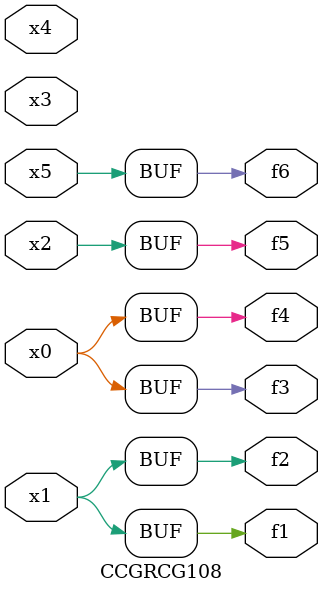
<source format=v>
module CCGRCG108(
	input x0, x1, x2, x3, x4, x5,
	output f1, f2, f3, f4, f5, f6
);
	assign f1 = x1;
	assign f2 = x1;
	assign f3 = x0;
	assign f4 = x0;
	assign f5 = x2;
	assign f6 = x5;
endmodule

</source>
